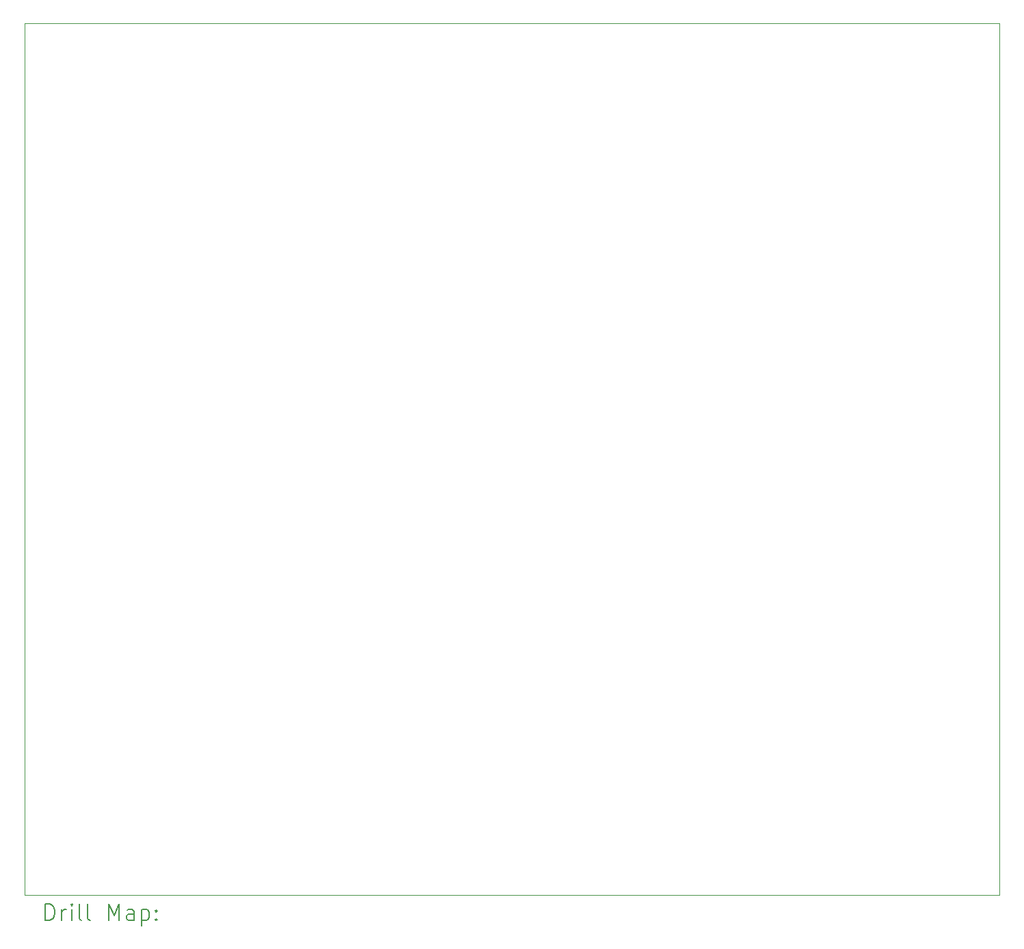
<source format=gbr>
%TF.GenerationSoftware,KiCad,Pcbnew,8.0.6*%
%TF.CreationDate,2024-11-27T17:32:39+01:00*%
%TF.ProjectId,fm-tx-LCD,666d2d74-782d-44c4-9344-2e6b69636164,rev?*%
%TF.SameCoordinates,Original*%
%TF.FileFunction,Drillmap*%
%TF.FilePolarity,Positive*%
%FSLAX45Y45*%
G04 Gerber Fmt 4.5, Leading zero omitted, Abs format (unit mm)*
G04 Created by KiCad (PCBNEW 8.0.6) date 2024-11-27 17:32:39*
%MOMM*%
%LPD*%
G01*
G04 APERTURE LIST*
%ADD10C,0.100000*%
%ADD11C,0.200000*%
G04 APERTURE END LIST*
D10*
X4000500Y-2413000D02*
X16065500Y-2413000D01*
X16065500Y-13208000D01*
X4000500Y-13208000D01*
X4000500Y-2413000D01*
D11*
X4256277Y-13524484D02*
X4256277Y-13324484D01*
X4256277Y-13324484D02*
X4303896Y-13324484D01*
X4303896Y-13324484D02*
X4332467Y-13334008D01*
X4332467Y-13334008D02*
X4351515Y-13353055D01*
X4351515Y-13353055D02*
X4361039Y-13372103D01*
X4361039Y-13372103D02*
X4370563Y-13410198D01*
X4370563Y-13410198D02*
X4370563Y-13438769D01*
X4370563Y-13438769D02*
X4361039Y-13476865D01*
X4361039Y-13476865D02*
X4351515Y-13495912D01*
X4351515Y-13495912D02*
X4332467Y-13514960D01*
X4332467Y-13514960D02*
X4303896Y-13524484D01*
X4303896Y-13524484D02*
X4256277Y-13524484D01*
X4456277Y-13524484D02*
X4456277Y-13391150D01*
X4456277Y-13429246D02*
X4465801Y-13410198D01*
X4465801Y-13410198D02*
X4475324Y-13400674D01*
X4475324Y-13400674D02*
X4494372Y-13391150D01*
X4494372Y-13391150D02*
X4513420Y-13391150D01*
X4580086Y-13524484D02*
X4580086Y-13391150D01*
X4580086Y-13324484D02*
X4570563Y-13334008D01*
X4570563Y-13334008D02*
X4580086Y-13343531D01*
X4580086Y-13343531D02*
X4589610Y-13334008D01*
X4589610Y-13334008D02*
X4580086Y-13324484D01*
X4580086Y-13324484D02*
X4580086Y-13343531D01*
X4703896Y-13524484D02*
X4684848Y-13514960D01*
X4684848Y-13514960D02*
X4675324Y-13495912D01*
X4675324Y-13495912D02*
X4675324Y-13324484D01*
X4808658Y-13524484D02*
X4789610Y-13514960D01*
X4789610Y-13514960D02*
X4780086Y-13495912D01*
X4780086Y-13495912D02*
X4780086Y-13324484D01*
X5037229Y-13524484D02*
X5037229Y-13324484D01*
X5037229Y-13324484D02*
X5103896Y-13467341D01*
X5103896Y-13467341D02*
X5170563Y-13324484D01*
X5170563Y-13324484D02*
X5170563Y-13524484D01*
X5351515Y-13524484D02*
X5351515Y-13419722D01*
X5351515Y-13419722D02*
X5341991Y-13400674D01*
X5341991Y-13400674D02*
X5322944Y-13391150D01*
X5322944Y-13391150D02*
X5284848Y-13391150D01*
X5284848Y-13391150D02*
X5265801Y-13400674D01*
X5351515Y-13514960D02*
X5332467Y-13524484D01*
X5332467Y-13524484D02*
X5284848Y-13524484D01*
X5284848Y-13524484D02*
X5265801Y-13514960D01*
X5265801Y-13514960D02*
X5256277Y-13495912D01*
X5256277Y-13495912D02*
X5256277Y-13476865D01*
X5256277Y-13476865D02*
X5265801Y-13457817D01*
X5265801Y-13457817D02*
X5284848Y-13448293D01*
X5284848Y-13448293D02*
X5332467Y-13448293D01*
X5332467Y-13448293D02*
X5351515Y-13438769D01*
X5446753Y-13391150D02*
X5446753Y-13591150D01*
X5446753Y-13400674D02*
X5465801Y-13391150D01*
X5465801Y-13391150D02*
X5503896Y-13391150D01*
X5503896Y-13391150D02*
X5522944Y-13400674D01*
X5522944Y-13400674D02*
X5532467Y-13410198D01*
X5532467Y-13410198D02*
X5541991Y-13429246D01*
X5541991Y-13429246D02*
X5541991Y-13486388D01*
X5541991Y-13486388D02*
X5532467Y-13505436D01*
X5532467Y-13505436D02*
X5522944Y-13514960D01*
X5522944Y-13514960D02*
X5503896Y-13524484D01*
X5503896Y-13524484D02*
X5465801Y-13524484D01*
X5465801Y-13524484D02*
X5446753Y-13514960D01*
X5627705Y-13505436D02*
X5637229Y-13514960D01*
X5637229Y-13514960D02*
X5627705Y-13524484D01*
X5627705Y-13524484D02*
X5618182Y-13514960D01*
X5618182Y-13514960D02*
X5627705Y-13505436D01*
X5627705Y-13505436D02*
X5627705Y-13524484D01*
X5627705Y-13400674D02*
X5637229Y-13410198D01*
X5637229Y-13410198D02*
X5627705Y-13419722D01*
X5627705Y-13419722D02*
X5618182Y-13410198D01*
X5618182Y-13410198D02*
X5627705Y-13400674D01*
X5627705Y-13400674D02*
X5627705Y-13419722D01*
M02*

</source>
